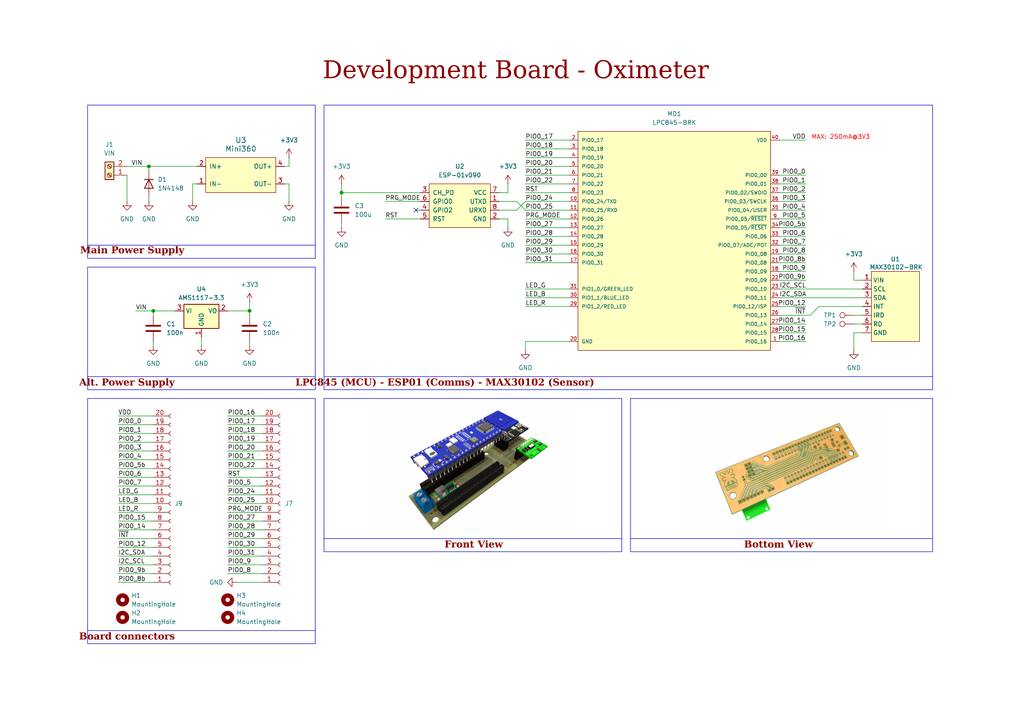
<source format=kicad_sch>
(kicad_sch (version 20250114) (generator "eeschema") (generator_version "9.0")
  (paper "A4")
  (title_block (title "LPC845 - Development Board - Oximeter") (date "2024-10-17") (company "Devolpment for: UTN - FRBA") (comment 1 "Guido Rodriguez"))
  (lib_symbols
    (symbol "Connector:Conn_01x20_Socket" (pin_names (offset 1.016) (hide yes))
      (property "Reference" "J" (at 0 25.4 0))
      (property "Value" "Conn_01x20_Socket" (at 0 -27.94 0))
      (symbol "Conn_01x20_Socket_1_1"
        (polyline (pts (xy -1.27 22.86) (xy -0.508 22.86)) (stroke (width 0.1524)))
        (polyline (pts (xy -1.27 20.32) (xy -0.508 20.32)) (stroke (width 0.1524)))
        (polyline (pts (xy -1.27 17.78) (xy -0.508 17.78)) (stroke (width 0.1524)))
        (polyline (pts (xy -1.27 15.24) (xy -0.508 15.24)) (stroke (width 0.1524)))
        (polyline (pts (xy -1.27 12.7) (xy -0.508 12.7)) (stroke (width 0.1524)))
        (polyline (pts (xy -1.27 10.16) (xy -0.508 10.16)) (stroke (width 0.1524)))
        (polyline (pts (xy -1.27 7.62) (xy -0.508 7.62)) (stroke (width 0.1524)))
        (polyline (pts (xy -1.27 5.08) (xy -0.508 5.08)) (stroke (width 0.1524)))
        (polyline (pts (xy -1.27 2.54) (xy -0.508 2.54)) (stroke (width 0.1524)))
        (polyline (pts (xy -1.27 0) (xy -0.508 0)) (stroke (width 0.1524)))
        (polyline (pts (xy -1.27 -2.54) (xy -0.508 -2.54)) (stroke (width 0.1524)))
        (polyline (pts (xy -1.27 -5.08) (xy -0.508 -5.08)) (stroke (width 0.1524)))
        (polyline (pts (xy -1.27 -7.62) (xy -0.508 -7.62)) (stroke (width 0.1524)))
        (polyline (pts (xy -1.27 -10.16) (xy -0.508 -10.16)) (stroke (width 0.1524)))
        (polyline (pts (xy -1.27 -12.7) (xy -0.508 -12.7)) (stroke (width 0.1524)))
        (polyline (pts (xy -1.27 -15.24) (xy -0.508 -15.24)) (stroke (width 0.1524)))
        (polyline (pts (xy -1.27 -17.78) (xy -0.508 -17.78)) (stroke (width 0.1524)))
        (polyline (pts (xy -1.27 -20.32) (xy -0.508 -20.32)) (stroke (width 0.1524)))
        (polyline (pts (xy -1.27 -22.86) (xy -0.508 -22.86)) (stroke (width 0.1524)))
        (polyline (pts (xy -1.27 -25.4) (xy -0.508 -25.4)) (stroke (width 0.1524)))
        (arc (start 0 22.352) (mid -0.5058 22.86) (end 0 23.368) (stroke (width 0.1524)))
        (arc (start 0 19.812) (mid -0.5058 20.32) (end 0 20.828) (stroke (width 0.1524)))
        (arc (start 0 17.272) (mid -0.5058 17.78) (end 0 18.288) (stroke (width 0.1524)))
        (arc (start 0 14.732) (mid -0.5058 15.24) (end 0 15.748) (stroke (width 0.1524)))
        (arc (start 0 12.192) (mid -0.5058 12.7) (end 0 13.208) (stroke (width 0.1524)))
        (arc (start 0 9.652) (mid -0.5058 10.16) (end 0 10.668) (stroke (width 0.1524)))
        (arc (start 0 7.112) (mid -0.5058 7.62) (end 0 8.128) (stroke (width 0.1524)))
        (arc (start 0 4.572) (mid -0.5058 5.08) (end 0 5.588) (stroke (width 0.1524)))
        (arc (start 0 2.032) (mid -0.5058 2.54) (end 0 3.048) (stroke (width 0.1524)))
        (arc (start 0 -0.508) (mid -0.5058 0) (end 0 0.508) (stroke (width 0.1524)))
        (arc (start 0 -3.048) (mid -0.5058 -2.54) (end 0 -2.032) (stroke (width 0.1524)))
        (arc (start 0 -5.588) (mid -0.5058 -5.08) (end 0 -4.572) (stroke (width 0.1524)))
        (arc (start 0 -8.128) (mid -0.5058 -7.62) (end 0 -7.112) (stroke (width 0.1524)))
        (arc (start 0 -10.668) (mid -0.5058 -10.16) (end 0 -9.652) (stroke (width 0.1524)))
        (arc (start 0 -13.208) (mid -0.5058 -12.7) (end 0 -12.192) (stroke (width 0.1524)))
        (arc (start 0 -15.748) (mid -0.5058 -15.24) (end 0 -14.732) (stroke (width 0.1524)))
        (arc (start 0 -18.288) (mid -0.5058 -17.78) (end 0 -17.272) (stroke (width 0.1524)))
        (arc (start 0 -20.828) (mid -0.5058 -20.32) (end 0 -19.812) (stroke (width 0.1524)))
        (arc (start 0 -23.368) (mid -0.5058 -22.86) (end 0 -22.352) (stroke (width 0.1524)))
        (arc (start 0 -25.908) (mid -0.5058 -25.4) (end 0 -24.892) (stroke (width 0.1524)))
        (pin passive line (at -5.08 22.86 0) (length 3.81) (name "Pin_1") (number "1"))
        (pin passive line (at -5.08 20.32 0) (length 3.81) (name "Pin_2") (number "2"))
        (pin passive line (at -5.08 17.78 0) (length 3.81) (name "Pin_3") (number "3"))
        (pin passive line (at -5.08 15.24 0) (length 3.81) (name "Pin_4") (number "4"))
        (pin passive line (at -5.08 12.7 0) (length 3.81) (name "Pin_5") (number "5"))
        (pin passive line (at -5.08 10.16 0) (length 3.81) (name "Pin_6") (number "6"))
        (pin passive line (at -5.08 7.62 0) (length 3.81) (name "Pin_7") (number "7"))
        (pin passive line (at -5.08 5.08 0) (length 3.81) (name "Pin_8") (number "8"))
        (pin passive line (at -5.08 2.54 0) (length 3.81) (name "Pin_9") (number "9"))
        (pin passive line (at -5.08 0 0) (length 3.81) (name "Pin_10") (number "10"))
        (pin passive line (at -5.08 -2.54 0) (length 3.81) (name "Pin_11") (number "11"))
        (pin passive line (at -5.08 -5.08 0) (length 3.81) (name "Pin_12") (number "12"))
        (pin passive line (at -5.08 -7.62 0) (length 3.81) (name "Pin_13") (number "13"))
        (pin passive line (at -5.08 -10.16 0) (length 3.81) (name "Pin_14") (number "14"))
        (pin passive line (at -5.08 -12.7 0) (length 3.81) (name "Pin_15") (number "15"))
        (pin passive line (at -5.08 -15.24 0) (length 3.81) (name "Pin_16") (number "16"))
        (pin passive line (at -5.08 -17.78 0) (length 3.81) (name "Pin_17") (number "17"))
        (pin passive line (at -5.08 -20.32 0) (length 3.81) (name "Pin_18") (number "18"))
        (pin passive line (at -5.08 -22.86 0) (length 3.81) (name "Pin_19") (number "19"))
        (pin passive line (at -5.08 -25.4 0) (length 3.81) (name "Pin_20") (number "20"))
      )
    )
    (symbol "Connector:Screw_Terminal_01x02" (pin_names (offset 1.016) (hide yes))
      (property "Reference" "J" (at 0 2.54 0))
      (property "Value" "Screw_Terminal_01x02" (at 0 -5.08 0))
      (symbol "Screw_Terminal_01x02_1_1"
        (rectangle (start -1.27 1.27) (end 1.27 -3.81) (stroke (width 0.254)) (fill (type background)))
        (polyline (pts (xy -0.5334 0.3302) (xy 0.3302 -0.508)) (stroke (width 0.1524)))
        (polyline (pts (xy -0.5334 -2.2098) (xy 0.3302 -3.048)) (stroke (width 0.1524)))
        (polyline (pts (xy -0.3556 0.508) (xy 0.508 -0.3302)) (stroke (width 0.1524)))
        (polyline (pts (xy -0.3556 -2.032) (xy 0.508 -2.8702)) (stroke (width 0.1524)))
        (circle (center 0 0) (radius 0.635) (stroke (width 0.1524)))
        (circle (center 0 -2.54) (radius 0.635) (stroke (width 0.1524)))
        (pin passive line (at -5.08 0 0) (length 3.81) (name "Pin_1") (number "1"))
        (pin passive line (at -5.08 -2.54 0) (length 3.81) (name "Pin_2") (number "2"))
      )
    )
    (symbol "Connector:TestPoint" (pin_numbers (hide yes)) (pin_names (offset 0.762) (hide yes))
      (property "Reference" "TP" (at 0 6.858 0))
      (property "Value" "TestPoint" (at 0 5.08 0))
      (symbol "TestPoint_0_1"
        (circle (center 0 3.302) (radius 0.762))
      )
      (symbol "TestPoint_1_1"
        (pin passive line (at 0 0 90) (length 2.54) (name "1") (number "1"))
      )
    )
    (symbol "Device:C" (pin_numbers (hide yes)) (pin_names (offset 0.254))
      (property "Reference" "C" (at 0.635 2.54 0))
      (property "Value" "C" (at 0.635 -2.54 0))
      (symbol "C_0_1"
        (polyline (pts (xy -2.032 0.762) (xy 2.032 0.762)) (stroke (width 0.508)))
        (polyline (pts (xy -2.032 -0.762) (xy 2.032 -0.762)) (stroke (width 0.508)))
      )
      (symbol "C_1_1"
        (pin passive line (at 0 3.81 270) (length 2.794) (name "~") (number "1"))
        (pin passive line (at 0 -3.81 90) (length 2.794) (name "~") (number "2"))
      )
    )
    (symbol "Device:D" (pin_numbers (hide yes)) (pin_names (offset 1.016) (hide yes))
      (property "Reference" "D" (at 0 2.54 0))
      (property "Value" "D" (at 0 -2.54 0))
      (symbol "D_0_1"
        (polyline (pts (xy -1.27 1.27) (xy -1.27 -1.27)) (stroke (width 0.254)))
        (polyline (pts (xy 1.27 1.27) (xy 1.27 -1.27) (xy -1.27 0) (xy 1.27 1.27)) (stroke (width 0.254)))
        (polyline (pts (xy 1.27 0) (xy -1.27 0)))
      )
      (symbol "D_1_1"
        (pin passive line (at -3.81 0 0) (length 2.54) (name "K") (number "1"))
        (pin passive line (at 3.81 0 180) (length 2.54) (name "A") (number "2"))
      )
    )
    (symbol "ESP_Modules:ESP-01v090" (pin_names (offset 1.016))
      (property "Reference" "U" (at -0.762 9.906 0))
      (property "Value" "ESP-01v090" (at -0.254 7.62 0))
      (symbol "ESP-01v090_1_0"
        (rectangle (start -8.89 6.35) (end 8.89 -6.35) (fill (type background)))
      )
      (symbol "ESP-01v090_1_1"
        (pin power_in line (at -11.43 3.81 0) (length 2.54) (name "VCC") (number "7"))
        (pin output line (at -11.43 1.27 0) (length 2.54) (name "UTXD") (number "1"))
        (pin input line (at -11.43 -1.27 0) (length 2.54) (name "URXD") (number "8"))
        (pin power_in line (at -11.43 -3.81 0) (length 2.54) (name "GND") (number "2"))
        (pin input line (at 11.43 3.81 180) (length 2.54) (name "CH_PD") (number "3"))
        (pin tri_state line (at 11.43 1.27 180) (length 2.54) (name "GPIO0") (number "6"))
        (pin tri_state line (at 11.43 -1.27 180) (length 2.54) (name "GPIO2") (number "4"))
        (pin input line (at 11.43 -3.81 180) (length 2.54) (name "RST") (number "5"))
      )
    )
    (symbol "Mechanical:MountingHole" (pin_names (offset 1.016)) (exclude_from_sim yes) (in_bom no)
      (property "Reference" "H" (at 0 5.08 0))
      (property "Value" "MountingHole" (at 0 3.175 0))
      (symbol "MountingHole_0_1"
        (circle (center 0 0) (radius 1.27) (stroke (width 1.27)))
      )
    )
    (symbol "My_components:MAX30102-BRK"
      (property "Reference" "U" (at 0 11.176 0))
      (property "Value" "MAX30102-BRK" (at 1.016 0 90))
      (symbol "MAX30102-BRK_1_1"
        (rectangle (start -6.35 10.16) (end 7.62 -10.16) (fill (type background)))
        (pin power_in line (at -8.89 7.62 0) (length 2.54) (name "VIN") (number "1"))
        (pin input line (at -8.89 5.08 0) (length 2.54) (name "SCL") (number "2"))
        (pin input line (at -8.89 2.54 0) (length 2.54) (name "SDA") (number "3"))
        (pin input line (at -8.89 0 0) (length 2.54) (name "INT") (number "4"))
        (pin input line (at -8.89 -2.54 0) (length 2.54) (name "IRD") (number "5"))
        (pin input line (at -8.89 -5.08 0) (length 2.54) (name "RD") (number "6"))
        (pin power_in line (at -8.89 -7.62 0) (length 2.54) (name "GND") (number "7"))
      )
    )
    (symbol "My_components:Mini360" (pin_names (offset 1.016))
      (property "Reference" "U" (at 0 6.35 0))
      (property "Value" "Mini360" (at -0.254 0 0))
      (symbol "Mini360_0_1"
        (rectangle (start -10.16 5.08) (end 10.16 -5.08) (fill (type background)))
      )
      (symbol "Mini360_1_1"
        (pin power_in line (at -12.7 2.54 0) (length 2.54) (name "IN+") (number "2"))
        (pin power_in line (at -12.7 -2.54 0) (length 2.54) (name "IN-") (number "1"))
        (pin power_out line (at 12.7 2.54 180) (length 2.54) (name "OUT+") (number "4"))
        (pin power_out line (at 12.7 -2.54 180) (length 2.54) (name "OUT-") (number "3"))
      )
    )
    (symbol "Regulator_Linear:AMS1117-3.3"
      (property "Reference" "U" (at -3.81 3.175 0))
      (property "Value" "AMS1117-3.3" (at 0 3.175 0))
      (symbol "AMS1117-3.3_0_1"
        (rectangle (start -5.08 -5.08) (end 5.08 1.905) (stroke (width 0.254)) (fill (type background)))
      )
      (symbol "AMS1117-3.3_1_1"
        (pin power_in line (at -7.62 0 0) (length 2.54) (name "VI") (number "3"))
        (pin power_in line (at 0 -7.62 90) (length 2.54) (name "GND") (number "1"))
        (pin power_out line (at 7.62 0 180) (length 2.54) (name "VO") (number "2"))
      )
    )
    (symbol "eec:LPC845-BRK" (pin_names (offset 1.016))
      (property "Reference" "MD" (at 0 5.08 0))
      (property "Value" "LPC845-BRK" (at 0 7.62 0))
      (symbol "LPC845-BRK_1_1"
        (rectangle (start 2.54 2.54) (end 58.42 -60.96) (fill (type background)))
        (pin power_in line (at 0 0 0) (length 2.54) (name "VDD") (number "40"))
        (pin bidirectional line (at 0 -10.16 0) (length 2.54) (name "PIO0_00") (number "39"))
        (pin bidirectional line (at 0 -12.7 0) (length 2.54) (name "PIO0_01") (number "38"))
        (pin bidirectional line (at 0 -15.24 0) (length 2.54) (name "PIO0_02/SWDIO") (number "37"))
        (pin bidirectional line (at 0 -17.78 0) (length 2.54) (name "PIO0_03/SWCLK") (number "36"))
        (pin bidirectional line (at 0 -20.32 0) (length 2.54) (name "PIO0_04/USER") (number "35"))
        (pin bidirectional line (at 0 -22.86 0) (length 2.54) (name "PIO0_05/~{RESET}") (number "9"))
        (pin bidirectional line (at 0 -25.4 0) (length 2.54) (name "PIO0_05/~{RESET}") (number "34"))
        (pin bidirectional line (at 0 -27.94 0) (length 2.54) (name "PIO0_06") (number "33"))
        (pin bidirectional line (at 0 -30.48 0) (length 2.54) (name "PIO0_07/ADC/POT") (number "32"))
        (pin bidirectional line (at 0 -33.02 0) (length 2.54) (name "PIO0_08") (number "19"))
        (pin bidirectional line (at 0 -35.56 0) (length 2.54) (name "PIO0_08") (number "21"))
        (pin bidirectional line (at 0 -38.1 0) (length 2.54) (name "PIO0_09") (number "18"))
        (pin bidirectional line (at 0 -40.64 0) (length 2.54) (name "PIO0_09") (number "22"))
        (pin bidirectional line (at 0 -43.18 0) (length 2.54) (name "PIO0_10") (number "23"))
        (pin bidirectional line (at 0 -45.72 0) (length 2.54) (name "PIO0_11") (number "24"))
        (pin bidirectional line (at 0 -48.26 0) (length 2.54) (name "PIO0_12/ISP") (number "25"))
        (pin bidirectional line (at 0 -50.8 0) (length 2.54) (name "PIO0_13") (number "26"))
        (pin bidirectional line (at 0 -53.34 0) (length 2.54) (name "PIO0_14") (number "27"))
        (pin bidirectional line (at 0 -55.88 0) (length 2.54) (name "PIO0_15") (number "28"))
        (pin bidirectional line (at 0 -58.42 0) (length 2.54) (name "PIO0_16") (number "1"))
        (pin bidirectional line (at 60.96 0 180) (length 2.54) (name "PIO0_17") (number "2"))
        (pin bidirectional line (at 60.96 -2.54 180) (length 2.54) (name "PIO0_18") (number "3"))
        (pin bidirectional line (at 60.96 -5.08 180) (length 2.54) (name "PIO0_19") (number "4"))
        (pin bidirectional line (at 60.96 -7.62 180) (length 2.54) (name "PIO0_20") (number "5"))
        (pin bidirectional line (at 60.96 -10.16 180) (length 2.54) (name "PIO0_21") (number "6"))
        (pin bidirectional line (at 60.96 -12.7 180) (length 2.54) (name "PIO0_22") (number "7"))
        (pin bidirectional line (at 60.96 -15.24 180) (length 2.54) (name "PIO0_23") (number "8"))
        (pin bidirectional line (at 60.96 -17.78 180) (length 2.54) (name "PIO0_24/TXD") (number "10"))
        (pin bidirectional line (at 60.96 -20.32 180) (length 2.54) (name "PIO0_25/RXD") (number "11"))
        (pin bidirectional line (at 60.96 -22.86 180) (length 2.54) (name "PIO0_26") (number "12"))
        (pin bidirectional line (at 60.96 -25.4 180) (length 2.54) (name "PIO0_27") (number "13"))
        (pin bidirectional line (at 60.96 -27.94 180) (length 2.54) (name "PIO0_28") (number "14"))
        (pin bidirectional line (at 60.96 -30.48 180) (length 2.54) (name "PIO0_29") (number "15"))
        (pin bidirectional line (at 60.96 -33.02 180) (length 2.54) (name "PIO0_30") (number "16"))
        (pin bidirectional line (at 60.96 -35.56 180) (length 2.54) (name "PIO0_31") (number "17"))
        (pin bidirectional line (at 60.96 -43.18 180) (length 2.54) (name "PIO1_0/GREEN_LED") (number "31"))
        (pin bidirectional line (at 60.96 -45.72 180) (length 2.54) (name "PIO1_1/BLUE_LED") (number "30"))
        (pin bidirectional line (at 60.96 -48.26 180) (length 2.54) (name "PIO1_2/RED_LED") (number "29"))
        (pin power_in line (at 60.96 -58.42 180) (length 2.54) (name "GND") (number "20"))
      )
    )
    (symbol "power:+3V3" (power) (pin_numbers (hide yes)) (pin_names (offset 0) (hide yes))
      (property "Value" "+3V3" (at 0 3.556 0))
      (symbol "+3V3_0_1"
        (polyline (pts (xy -0.762 1.27) (xy 0 2.54)))
        (polyline (pts (xy 0 2.54) (xy 0.762 1.27)))
        (polyline (pts (xy 0 0) (xy 0 2.54)))
      )
      (symbol "+3V3_1_1"
        (pin power_in line (at 0 0 90) (length 0) (name "~") (number "1"))
      )
    )
    (symbol "power:GND" (power) (pin_numbers (hide yes)) (pin_names (offset 0) (hide yes))
      (property "Value" "GND" (at 0 -3.81 0))
      (symbol "GND_0_1"
        (polyline (pts (xy 0 0) (xy 0 -1.27) (xy 1.27 -1.27) (xy 0 -2.54) (xy -1.27 -1.27) (xy 0 -1.27)))
      )
      (symbol "GND_1_1"
        (pin power_in line (at 0 0 270) (length 0) (name "~") (number "1"))
      )
    )
  )
  (rectangle (start 25.4 30.48) (end 91.44 74.93))
  (rectangle (start 93.98 30.48) (end 270.51 113.03))
  (rectangle (start 182.88 115.57) (end 270.51 160.02))
  (rectangle (start 25.4 77.47) (end 91.44 113.03))
  (rectangle (start 25.4 115.57) (end 91.44 186.69))
  (rectangle (start 93.98 115.57) (end 180.34 160.02))
  (text "Front View" (at 137.414 158.75 0) (effects (font (size 2 2) (thickness 0.4) (bold yes))))
  (text "Board connectors" (at 36.83 185.42 0) (effects (font (size 2 2) (thickness 0.4) (bold yes))))
  (text "Alt. Power Supply" (at 36.83 111.76 0) (effects (font (size 2 2) (thickness 0.4) (bold yes))))
  (text "Main Power Supply" (at 38.354 73.406 0) (effects (font (size 2 2) (thickness 0.4) (bold yes))))
  (text "Development Board - Oximeter" (at 149.606 22.098 0) (effects (font (size 5.08 5.08))))
  (text "LPC845 (MCU) - ESP01 (Comms) - MAX30102 (Sensor)" (at 129.032 111.76 0) (effects (font (size 2 2) (thickness 0.4) (bold yes))))
  (text "MAX: 250mA@3V3" (at 243.84 39.878 0) (effects (font (size 1.27 1.27))))
  (text "Bottom View" (at 225.806 158.75 0) (effects (font (size 2 2) (thickness 0.4) (bold yes))))
  (junction (at 43.18 48.26))
  (junction (at 44.45 90.17))
  (junction (at 72.39 90.17))
  (junction (at 99.06 55.88))
  (no_connect (at 120.65 60.96))
  (wire (pts (xy 152.4 83.82) (xy 165.1 83.82)))
  (wire (pts (xy 152.4 50.8) (xy 165.1 50.8)))
  (wire (pts (xy 111.76 63.5) (xy 121.92 63.5)))
  (polyline (pts (xy 182.88 156.21) (xy 270.51 156.21)))
  (wire (pts (xy 226.06 83.82) (xy 250.19 83.82)))
  (wire (pts (xy 152.4 86.36) (xy 165.1 86.36)))
  (wire (pts (xy 66.04 163.83) (xy 76.2 163.83)))
  (wire (pts (xy 44.45 125.73) (xy 34.29 125.73)))
  (wire (pts (xy 226.06 73.66) (xy 233.68 73.66)))
  (wire (pts (xy 152.4 66.04) (xy 165.1 66.04)))
  (wire (pts (xy 147.32 66.04) (xy 147.32 63.5)))
  (wire (pts (xy 83.82 45.72) (xy 83.82 48.26)))
  (wire (pts (xy 226.06 91.44) (xy 234.95 91.44)))
  (wire (pts (xy 34.29 156.21) (xy 44.45 156.21)))
  (wire (pts (xy 58.42 97.79) (xy 58.42 100.33)))
  (wire (pts (xy 99.06 66.04) (xy 99.06 64.77)))
  (wire (pts (xy 152.4 73.66) (xy 165.1 73.66)))
  (wire (pts (xy 44.45 138.43) (xy 34.29 138.43)))
  (wire (pts (xy 226.06 71.12) (xy 233.68 71.12)))
  (wire (pts (xy 226.06 60.96) (xy 233.68 60.96)))
  (wire (pts (xy 34.29 153.67) (xy 44.45 153.67)))
  (wire (pts (xy 149.86 60.96) (xy 152.4 58.42)))
  (wire (pts (xy 34.29 151.13) (xy 44.45 151.13)))
  (wire (pts (xy 83.82 58.42) (xy 83.82 53.34)))
  (wire (pts (xy 152.4 60.96) (xy 149.86 58.42)))
  (wire (pts (xy 34.29 158.75) (xy 44.45 158.75)))
  (wire (pts (xy 44.45 135.89) (xy 34.29 135.89)))
  (wire (pts (xy 152.4 53.34) (xy 165.1 53.34)))
  (wire (pts (xy 66.04 130.81) (xy 76.2 130.81)))
  (wire (pts (xy 144.78 58.42) (xy 149.86 58.42)))
  (wire (pts (xy 247.65 101.6) (xy 247.65 96.52)))
  (wire (pts (xy 226.06 68.58) (xy 233.68 68.58)))
  (wire (pts (xy 152.4 40.64) (xy 165.1 40.64)))
  (wire (pts (xy 66.04 156.21) (xy 76.2 156.21)))
  (wire (pts (xy 237.49 88.9) (xy 250.19 88.9)))
  (wire (pts (xy 66.04 166.37) (xy 76.2 166.37)))
  (wire (pts (xy 152.4 99.06) (xy 165.1 99.06)))
  (wire (pts (xy 147.32 63.5) (xy 144.78 63.5)))
  (wire (pts (xy 55.88 53.34) (xy 57.15 53.34)))
  (wire (pts (xy 99.06 55.88) (xy 121.92 55.88)))
  (wire (pts (xy 147.32 53.34) (xy 147.32 55.88)))
  (wire (pts (xy 66.04 140.97) (xy 76.2 140.97)))
  (wire (pts (xy 44.45 143.51) (xy 34.29 143.51)))
  (wire (pts (xy 39.37 90.17) (xy 44.45 90.17)))
  (wire (pts (xy 34.29 163.83) (xy 44.45 163.83)))
  (wire (pts (xy 44.45 148.59) (xy 34.29 148.59)))
  (wire (pts (xy 226.06 53.34) (xy 233.68 53.34)))
  (wire (pts (xy 34.29 168.91) (xy 44.45 168.91)))
  (wire (pts (xy 247.65 93.98) (xy 250.19 93.98)))
  (wire (pts (xy 43.18 48.26) (xy 57.15 48.26)))
  (wire (pts (xy 66.04 138.43) (xy 76.2 138.43)))
  (polyline (pts (xy 93.98 156.21) (xy 180.34 156.21)))
  (wire (pts (xy 72.39 90.17) (xy 72.39 91.44)))
  (wire (pts (xy 44.45 130.81) (xy 34.29 130.81)))
  (wire (pts (xy 226.06 66.04) (xy 233.68 66.04)))
  (wire (pts (xy 44.45 100.33) (xy 44.45 99.06)))
  (wire (pts (xy 68.58 168.91) (xy 76.2 168.91)))
  (wire (pts (xy 83.82 48.26) (xy 82.55 48.26)))
  (wire (pts (xy 152.4 68.58) (xy 165.1 68.58)))
  (wire (pts (xy 226.06 78.74) (xy 233.68 78.74)))
  (wire (pts (xy 43.18 58.42) (xy 43.18 57.15)))
  (wire (pts (xy 36.83 48.26) (xy 43.18 48.26)))
  (wire (pts (xy 152.4 71.12) (xy 165.1 71.12)))
  (wire (pts (xy 44.45 133.35) (xy 34.29 133.35)))
  (polyline (pts (xy 93.98 109.22) (xy 270.51 109.22)))
  (wire (pts (xy 44.45 146.05) (xy 34.29 146.05)))
  (wire (pts (xy 233.68 88.9) (xy 226.06 88.9)))
  (wire (pts (xy 247.65 91.44) (xy 250.19 91.44)))
  (wire (pts (xy 144.78 60.96) (xy 149.86 60.96)))
  (wire (pts (xy 72.39 100.33) (xy 72.39 99.06)))
  (wire (pts (xy 66.04 151.13) (xy 76.2 151.13)))
  (wire (pts (xy 234.95 91.44) (xy 237.49 88.9)))
  (wire (pts (xy 36.83 58.42) (xy 36.83 50.8)))
  (wire (pts (xy 34.29 166.37) (xy 44.45 166.37)))
  (wire (pts (xy 247.65 96.52) (xy 250.19 96.52)))
  (wire (pts (xy 233.68 96.52) (xy 226.06 96.52)))
  (wire (pts (xy 43.18 49.53) (xy 43.18 48.26)))
  (wire (pts (xy 226.06 40.64) (xy 233.68 40.64)))
  (wire (pts (xy 34.29 161.29) (xy 44.45 161.29)))
  (wire (pts (xy 152.4 58.42) (xy 165.1 58.42)))
  (wire (pts (xy 66.04 148.59) (xy 76.2 148.59)))
  (wire (pts (xy 72.39 87.63) (xy 72.39 90.17)))
  (wire (pts (xy 44.45 128.27) (xy 34.29 128.27)))
  (wire (pts (xy 226.06 58.42) (xy 233.68 58.42)))
  (wire (pts (xy 233.68 99.06) (xy 226.06 99.06)))
  (wire (pts (xy 111.76 58.42) (xy 121.92 58.42)))
  (wire (pts (xy 66.04 120.65) (xy 76.2 120.65)))
  (polyline (pts (xy 25.4 109.22) (xy 91.44 109.22)))
  (wire (pts (xy 152.4 55.88) (xy 165.1 55.88)))
  (wire (pts (xy 247.65 81.28) (xy 250.19 81.28)))
  (wire (pts (xy 247.65 78.74) (xy 247.65 81.28)))
  (wire (pts (xy 66.04 161.29) (xy 76.2 161.29)))
  (wire (pts (xy 66.04 125.73) (xy 76.2 125.73)))
  (wire (pts (xy 152.4 43.18) (xy 165.1 43.18)))
  (wire (pts (xy 147.32 55.88) (xy 144.78 55.88)))
  (wire (pts (xy 226.06 76.2) (xy 233.68 76.2)))
  (wire (pts (xy 226.06 55.88) (xy 233.68 55.88)))
  (polyline (pts (xy 25.4 182.88) (xy 91.44 182.88)))
  (wire (pts (xy 66.04 158.75) (xy 76.2 158.75)))
  (wire (pts (xy 44.45 123.19) (xy 34.29 123.19)))
  (wire (pts (xy 66.04 135.89) (xy 76.2 135.89)))
  (wire (pts (xy 120.65 60.96) (xy 121.92 60.96)))
  (wire (pts (xy 152.4 76.2) (xy 165.1 76.2)))
  (wire (pts (xy 152.4 63.5) (xy 165.1 63.5)))
  (wire (pts (xy 152.4 101.6) (xy 152.4 99.06)))
  (wire (pts (xy 44.45 140.97) (xy 34.29 140.97)))
  (polyline (pts (xy 25.4 71.12) (xy 91.44 71.12)))
  (wire (pts (xy 66.04 123.19) (xy 76.2 123.19)))
  (wire (pts (xy 226.06 81.28) (xy 233.68 81.28)))
  (wire (pts (xy 226.06 86.36) (xy 250.19 86.36)))
  (wire (pts (xy 66.04 143.51) (xy 76.2 143.51)))
  (wire (pts (xy 66.04 153.67) (xy 76.2 153.67)))
  (wire (pts (xy 99.06 53.34) (xy 99.06 55.88)))
  (wire (pts (xy 152.4 88.9) (xy 165.1 88.9)))
  (wire (pts (xy 233.68 50.8) (xy 226.06 50.8)))
  (wire (pts (xy 152.4 48.26) (xy 165.1 48.26)))
  (wire (pts (xy 66.04 146.05) (xy 76.2 146.05)))
  (wire (pts (xy 34.29 120.65) (xy 44.45 120.65)))
  (wire (pts (xy 83.82 53.34) (xy 82.55 53.34)))
  (wire (pts (xy 44.45 90.17) (xy 50.8 90.17)))
  (wire (pts (xy 66.04 128.27) (xy 76.2 128.27)))
  (wire (pts (xy 55.88 58.42) (xy 55.88 53.34)))
  (wire (pts (xy 44.45 91.44) (xy 44.45 90.17)))
  (wire (pts (xy 152.4 60.96) (xy 165.1 60.96)))
  (wire (pts (xy 66.04 133.35) (xy 76.2 133.35)))
  (wire (pts (xy 66.04 90.17) (xy 72.39 90.17)))
  (wire (pts (xy 152.4 45.72) (xy 165.1 45.72)))
  (wire (pts (xy 99.06 57.15) (xy 99.06 55.88)))
  (wire (pts (xy 233.68 93.98) (xy 226.06 93.98)))
  (wire (pts (xy 226.06 63.5) (xy 233.68 63.5)))
  (image (at 137.16 135.89) (scale 0.621261))
  (image (at 227.33 135.89) (scale 0.627979))
  (label "PIO0_14" (at 233.68 93.98 180))
  (label "PIO0_29" (at 66.04 156.21 0))
  (label "PIO0_9" (at 233.68 78.74 180))
  (label "PIO0_24" (at 152.4 58.42 0))
  (label "PRG_MODE" (at 111.76 58.42 0))
  (label "PIO0_8" (at 66.04 166.37 0))
  (label "PIO0_28" (at 66.04 153.67 0))
  (label "~{INT}" (at 34.29 156.21 0))
  (label "I2C_SDA" (at 226.06 86.36 0))
  (label "PRG_MODE" (at 66.04 148.59 0))
  (label "PIO0_18" (at 152.4 43.18 0))
  (label "VIN" (at 38.1 48.26 0))
  (label "I2C_SCL" (at 34.29 163.83 0))
  (label "RST" (at 152.4 55.88 0))
  (label "LED_G" (at 34.29 143.51 0))
  (label "PIO0_5" (at 66.04 140.97 0))
  (label "PIO0_27" (at 66.04 151.13 0))
  (label "PIO0_22" (at 152.4 53.34 0))
  (label "RST" (at 66.04 138.43 0))
  (label "PIO0_16" (at 233.68 99.06 180))
  (label "PIO0_3" (at 233.68 58.42 180))
  (label "PIO0_5b" (at 233.68 66.04 180))
  (label "PIO0_6" (at 34.29 138.43 0))
  (label "PIO0_8" (at 233.68 73.66 180))
  (label "PIO0_4" (at 233.68 60.96 180))
  (label "PIO0_9b" (at 233.68 81.28 180))
  (label "PIO0_0" (at 233.68 50.8 180))
  (label "LED_R" (at 152.4 88.9 0))
  (label "PIO0_3" (at 34.29 130.81 0))
  (label "PIO0_17" (at 152.4 40.64 0))
  (label "PIO0_21" (at 152.4 50.8 0))
  (label "PIO0_1" (at 233.68 53.34 180))
  (label "I2C_SCL" (at 226.06 83.82 0))
  (label "PIO0_22" (at 66.04 135.89 0))
  (label "PIO0_9" (at 66.04 163.83 0))
  (label "VIN" (at 39.37 90.17 0))
  (label "PIO0_18" (at 66.04 125.73 0))
  (label "PIO0_29" (at 152.4 71.12 0))
  (label "LED_B" (at 34.29 146.05 0))
  (label "PRG_MODE" (at 152.4 63.5 0))
  (label "PIO0_2" (at 233.68 55.88 180))
  (label "PIO0_31" (at 152.4 76.2 0))
  (label "VDD" (at 34.29 120.65 0))
  (label "PIO0_25" (at 152.4 60.96 0))
  (label "PIO0_4" (at 34.29 133.35 0))
  (label "PIO0_12" (at 233.68 88.9 180))
  (label "PIO0_24" (at 66.04 143.51 0))
  (label "RST" (at 111.76 63.5 0))
  (label "LED_B" (at 152.4 86.36 0))
  (label "PIO0_21" (at 66.04 133.35 0))
  (label "PIO0_2" (at 34.29 128.27 0))
  (label "VDD" (at 233.68 40.64 180))
  (label "PIO0_31" (at 66.04 161.29 0))
  (label "LED_G" (at 152.4 83.82 0))
  (label "PIO0_6" (at 233.68 68.58 180))
  (label "PIO0_8b" (at 233.68 76.2 180))
  (label "PIO0_15" (at 233.68 96.52 180))
  (label "PIO0_17" (at 66.04 123.19 0))
  (label "PIO0_20" (at 66.04 130.81 0))
  (label "PIO0_9b" (at 34.29 166.37 0))
  (label "PIO0_15" (at 34.29 151.13 0))
  (label "PIO0_0" (at 34.29 123.19 0))
  (label "PIO0_7" (at 34.29 140.97 0))
  (label "PIO0_5b" (at 34.29 135.89 0))
  (label "PIO0_7" (at 233.68 71.12 180))
  (label "PIO0_8b" (at 34.29 168.91 0))
  (label "LED_R" (at 34.29 148.59 0))
  (label "PIO0_25" (at 66.04 146.05 0))
  (label "PIO0_16" (at 66.04 120.65 0))
  (label "PIO0_14" (at 34.29 153.67 0))
  (label "PIO0_27" (at 152.4 66.04 0))
  (label "~{INT}" (at 233.68 91.44 180))
  (label "PIO0_12" (at 34.29 158.75 0))
  (label "PIO0_30" (at 66.04 158.75 0))
  (label "PIO0_20" (at 152.4 48.26 0))
  (label "PIO0_19" (at 152.4 45.72 0))
  (label "PIO0_5" (at 233.68 63.5 180))
  (label "PIO0_19" (at 66.04 128.27 0))
  (label "PIO0_30" (at 152.4 73.66 0))
  (label "PIO0_1" (at 34.29 125.73 0))
  (label "PIO0_28" (at 152.4 68.58 0))
  (label "I2C_SDA" (at 34.29 161.29 0))
  (symbol (lib_id "Mechanical:MountingHole") (at 35.56 173.99 0) (unit 1) (exclude_from_sim yes) (in_bom no)
    (property "Reference" "H1" (at 38.1 172.7199 0) (effects (justify left)))
    (property "Value" "MountingHole" (at 38.1 175.2599 0) (effects (justify left)))
    (property "Footprint" "MountingHole:MountingHole_4mm" (effects (hide yes)))
    (property "Description" "Mounting Hole without connection" (effects (hide yes)))
  )
  (symbol (lib_id "power:GND") (at 58.42 100.33 0) (unit 1)
    (property "Reference" "#PWR011" (effects (hide yes)))
    (property "Value" "GND" (at 58.42 105.41 0))
    (property "Description" "Power symbol creates a global label with name \"GND\" , ground" (effects (hide yes)))
  )
  (symbol (lib_id "power:+3V3") (at 72.39 87.63 0) (unit 1)
    (property "Reference" "#PWR012" (effects (hide yes)))
    (property "Value" "+3V3" (at 72.39 82.55 0))
    (property "Description" "Power symbol creates a global label with name \"+3V3\"" (effects (hide yes)))
  )
  (symbol (lib_id "Device:D") (at 43.18 53.34 270) (unit 1)
    (property "Reference" "D1" (at 45.72 52.0699 90) (effects (justify left)))
    (property "Value" "1N4148" (at 45.72 54.6099 90) (effects (justify left)))
    (property "Footprint" "Diode_THT:D_DO-35_SOD27_P2.54mm_Vertical_KathodeUp" (effects (hide yes)))
    (property "Description" "Diode" (effects (hide yes)))
    (property "Sim.Device" "D" (effects (hide yes)))
    (property "Sim.Pins" "1=K 2=A" (effects (hide yes)))
  )
  (symbol (lib_id "power:GND") (at 72.39 100.33 0) (unit 1)
    (property "Reference" "#PWR016" (effects (hide yes)))
    (property "Value" "GND" (at 72.39 105.41 0))
    (property "Description" "Power symbol creates a global label with name \"GND\" , ground" (effects (hide yes)))
  )
  (symbol (lib_id "power:GND") (at 147.32 66.04 0) (unit 1)
    (property "Reference" "#PWR04" (effects (hide yes)))
    (property "Value" "GND" (at 147.32 71.12 0))
    (property "Description" "Power symbol creates a global label with name \"GND\" , ground" (effects (hide yes)))
  )
  (symbol (lib_id "Mechanical:MountingHole") (at 35.56 179.07 0) (unit 1) (exclude_from_sim yes) (in_bom no)
    (property "Reference" "H2" (at 38.1 177.7999 0) (effects (justify left)))
    (property "Value" "MountingHole" (at 38.1 180.3399 0) (effects (justify left)))
    (property "Footprint" "MountingHole:MountingHole_4mm" (effects (hide yes)))
    (property "Description" "Mounting Hole without connection" (effects (hide yes)))
  )
  (symbol (lib_id "Mechanical:MountingHole") (at 66.04 173.99 0) (unit 1) (exclude_from_sim yes) (in_bom no)
    (property "Reference" "H3" (at 68.58 172.7199 0) (effects (justify left)))
    (property "Value" "MountingHole" (at 68.58 175.2599 0) (effects (justify left)))
    (property "Footprint" "MountingHole:MountingHole_4mm" (effects (hide yes)))
    (property "Description" "Mounting Hole without connection" (effects (hide yes)))
  )
  (symbol (lib_id "Regulator_Linear:AMS1117-3.3") (at 58.42 90.17 0) (unit 1)
    (property "Reference" "U4" (at 58.42 83.82 0))
    (property "Value" "AMS1117-3.3" (at 58.42 86.36 0))
    (property "Footprint" "Package_TO_SOT_SMD:SOT-223-3_TabPin2" (effects (hide yes)))
    (property "Datasheet" "http://www.advanced-monolithic.com/pdf/ds1117.pdf" (effects (hide yes)))
    (property "Description" "1A Low Dropout regulator, positive, 3.3V fixed output, SOT-223" (effects (hide yes)))
  )
  (symbol (lib_id "Mechanical:MountingHole") (at 66.04 179.07 0) (unit 1) (exclude_from_sim yes) (in_bom no)
    (property "Reference" "H4" (at 68.58 177.7999 0) (effects (justify left)))
    (property "Value" "MountingHole" (at 68.58 180.3399 0) (effects (justify left)))
    (property "Footprint" "MountingHole:MountingHole_4mm" (effects (hide yes)))
    (property "Description" "Mounting Hole without connection" (effects (hide yes)))
  )
  (symbol (lib_id "eec:LPC845-BRK") (at 226.06 40.64 0) (mirror y) (unit 1)
    (property "Reference" "MD1" (at 195.58 33.02 0))
    (property "Value" "LPC845-BRK" (at 195.58 35.56 0))
    (property "Footprint" "My_Library:NXP_Semiconductors-LPC845-BRK-MFG" (effects (hide yes)))
    (property "Datasheet" "https://www.nxp.com/products/processors-and-microcontrollers/arm-microcontrollers/general-purpose-mcus/lpc800-cortex-m0-plus-/lpc845-breakout-board-for-lpc84x-family-mcus:LPC845-BRK" (effects (hide yes)))
    (property "Description" "LPC845-BRK" (effects (hide yes)))
    (property "automotive" "No" (effects (hide yes)))
    (property "category" "UNK" (effects (hide yes)))
    (property "device class L1" "Integrated Circuits (ICs)" (effects (hide yes)))
    (property "device class L2" "Embedded Processors and Controllers" (effects (hide yes)))
    (property "device class L3" "unset" (effects (hide yes)))
    (property "digikey description" "MCUXPRESSO LPC84X EVAL BRD" (effects (hide yes)))
    (property "digikey part number" "568-15261-ND" (effects (hide yes)))
    (property "lead free" "Yes" (effects (hide yes)))
    (property "library id" "09fd6f3282c52000" (effects (hide yes)))
    (property "manufacturer" "NXP Semiconductors" (effects (hide yes)))
    (property "mouser part number" "771-LPC845-BRK" (effects (hide yes)))
    (property "number of I/Os" "38" (effects (hide yes)))
    (property "package" "EVAL_BOARD_LPC845" (effects (hide yes)))
    (property "rohs" "Yes" (effects (hide yes)))
  )
  (symbol (lib_id "Device:C") (at 44.45 95.25 0) (unit 1)
    (property "Reference" "C1" (at 48.26 93.9799 0) (effects (justify left)))
    (property "Value" "100n" (at 48.26 96.5199 0) (effects (justify left)))
    (property "Footprint" "Capacitor_SMD:C_1206_3216Metric_Pad1.33x1.80mm_HandSolder" (effects (hide yes)))
    (property "Description" "Unpolarized capacitor" (effects (hide yes)))
  )
  (symbol (lib_id "power:GND") (at 247.65 101.6 0) (unit 1)
    (property "Reference" "#PWR03" (effects (hide yes)))
    (property "Value" "GND" (at 247.65 106.68 0))
    (property "Description" "Power symbol creates a global label with name \"GND\" , ground" (effects (hide yes)))
  )
  (symbol (lib_id "power:GND") (at 36.83 58.42 0) (unit 1)
    (property "Reference" "#PWR07" (effects (hide yes)))
    (property "Value" "GND" (at 36.83 63.5 0))
    (property "Description" "Power symbol creates a global label with name \"GND\" , ground" (effects (hide yes)))
  )
  (symbol (lib_id "power:+3V3") (at 247.65 78.74 0) (unit 1)
    (property "Reference" "#PWR02" (effects (hide yes)))
    (property "Value" "+3V3" (at 247.65 73.66 0))
    (property "Description" "Power symbol creates a global label with name \"+3V3\"" (effects (hide yes)))
  )
  (symbol (lib_id "power:GND") (at 152.4 101.6 0) (unit 1)
    (property "Reference" "#PWR01" (effects (hide yes)))
    (property "Value" "GND" (at 152.4 106.68 0))
    (property "Description" "Power symbol creates a global label with name \"GND\" , ground" (effects (hide yes)))
  )
  (symbol (lib_id "My_components:MAX30102-BRK") (at 259.08 88.9 0) (unit 1)
    (property "Reference" "U1" (at 258.318 75.184 0) (effects (justify left)))
    (property "Value" "MAX30102-BRK" (at 252.222 77.47 0) (effects (justify left)))
    (property "Footprint" "My_Library:MAX30102-BRK" (effects (hide yes)))
  )
  (symbol (lib_id "power:GND") (at 44.45 100.33 0) (unit 1)
    (property "Reference" "#PWR010" (effects (hide yes)))
    (property "Value" "GND" (at 44.45 105.41 0))
    (property "Description" "Power symbol creates a global label with name \"GND\" , ground" (effects (hide yes)))
  )
  (symbol (lib_id "power:GND") (at 83.82 58.42 0) (unit 1)
    (property "Reference" "#PWR014" (effects (hide yes)))
    (property "Value" "GND" (at 83.82 63.5 0))
    (property "Description" "Power symbol creates a global label with name \"GND\" , ground" (effects (hide yes)))
  )
  (symbol (lib_id "Device:C") (at 72.39 95.25 0) (unit 1)
    (property "Reference" "C2" (at 76.2 93.9799 0) (effects (justify left)))
    (property "Value" "100n" (at 76.2 96.5199 0) (effects (justify left)))
    (property "Footprint" "Capacitor_SMD:C_1206_3216Metric_Pad1.33x1.80mm_HandSolder" (effects (hide yes)))
    (property "Description" "Unpolarized capacitor" (effects (hide yes)))
  )
  (symbol (lib_id "Device:C") (at 99.06 60.96 0) (unit 1)
    (property "Reference" "C3" (at 102.87 59.6899 0) (effects (justify left)))
    (property "Value" "100u" (at 102.87 62.2299 0) (effects (justify left)))
    (property "Footprint" "Capacitor_THT:C_Radial_D5.0mm_H7.0mm_P2.00mm" (effects (hide yes)))
    (property "Description" "Unpolarized capacitor" (effects (hide yes)))
  )
  (symbol (lib_id "My_components:Mini360") (at 69.85 50.8 0) (unit 1)
    (property "Reference" "U3" (at 69.85 40.64 0) (effects (font (size 1.524 1.524))))
    (property "Value" "Mini360" (at 69.85 43.18 0) (effects (font (size 1.524 1.524))))
    (property "Footprint" "My_Library:Mini360_step-down" (effects (hide yes)))
  )
  (symbol (lib_id "Connector:Screw_Terminal_01x02") (at 31.75 50.8 180) (unit 1)
    (property "Reference" "J1" (at 31.75 41.91 0))
    (property "Value" "VIN" (at 31.75 44.45 0))
    (property "Footprint" "TerminalBlock:TerminalBlock_bornier-2_P5.08mm" (effects (hide yes)))
    (property "Description" "Generic screw terminal, single row, 01x02, script generated (kicad-library-utils/schlib/autogen/connector/)" (effects (hide yes)))
  )
  (symbol (lib_id "Connector:TestPoint") (at 247.65 91.44 90) (unit 1)
    (property "Reference" "TP1" (at 242.57 91.4399 90) (effects (justify left)))
    (property "Value" "TestPoint" (effects (hide yes)))
    (property "Footprint" "Connector_PinHeader_2.54mm:PinHeader_1x01_P2.54mm_Vertical" (effects (hide yes)))
    (property "Description" "test point" (effects (hide yes)))
  )
  (symbol (lib_id "power:GND") (at 68.58 168.91 270) (unit 1)
    (property "Reference" "#PWR018" (effects (hide yes)))
    (property "Value" "GND" (at 64.77 168.9099 90) (effects (justify right)))
    (property "Description" "Power symbol creates a global label with name \"GND\" , ground" (effects (hide yes)))
  )
  (symbol (lib_id "power:GND") (at 99.06 66.04 0) (unit 1)
    (property "Reference" "#PWR017" (effects (hide yes)))
    (property "Value" "GND" (at 99.06 71.12 0))
    (property "Description" "Power symbol creates a global label with name \"GND\" , ground" (effects (hide yes)))
  )
  (symbol (lib_id "ESP_Modules:ESP-01v090") (at 133.35 59.69 0) (mirror y) (unit 1)
    (property "Reference" "U2" (at 133.35 48.26 0))
    (property "Value" "ESP-01v090" (at 133.35 50.8 0))
    (property "Footprint" "ESP8266:ESP-01" (effects (hide yes)))
    (property "Datasheet" "http://l0l.org.uk/2014/12/esp8266-modules-hardware-guide-gotta-catch-em-all/" (effects (hide yes)))
    (property "Description" "ESP8266 ESP-01 module, v090" (effects (hide yes)))
  )
  (symbol (lib_id "power:+3V3") (at 147.32 53.34 0) (unit 1)
    (property "Reference" "#PWR05" (effects (hide yes)))
    (property "Value" "+3V3" (at 147.32 48.26 0))
    (property "Description" "Power symbol creates a global label with name \"+3V3\"" (effects (hide yes)))
  )
  (symbol (lib_id "power:GND") (at 55.88 58.42 0) (unit 1)
    (property "Reference" "#PWR013" (effects (hide yes)))
    (property "Value" "GND" (at 55.88 63.5 0))
    (property "Description" "Power symbol creates a global label with name \"GND\" , ground" (effects (hide yes)))
  )
  (symbol (lib_id "power:+3V3") (at 83.82 45.72 0) (unit 1)
    (property "Reference" "#PWR015" (effects (hide yes)))
    (property "Value" "+3V3" (at 83.82 40.64 0))
    (property "Description" "Power symbol creates a global label with name \"+3V3\"" (effects (hide yes)))
  )
  (symbol (lib_id "Connector:Conn_01x20_Socket") (at 81.28 146.05 0) (mirror x) (unit 1)
    (property "Reference" "J7" (at 83.82 146.05 0))
    (property "Value" "Conn_01x20_Socket" (effects (hide yes)))
    (property "Footprint" "Connector_PinSocket_2.54mm:PinSocket_1x20_P2.54mm_Vertical" (effects (hide yes)))
    (property "Description" "Generic connector, single row, 01x20, script generated" (effects (hide yes)))
  )
  (symbol (lib_id "Connector:Conn_01x20_Socket") (at 49.53 146.05 0) (mirror x) (unit 1)
    (property "Reference" "J9" (at 51.816 146.05 0))
    (property "Value" "Conn_01x20_Socket" (effects (hide yes)))
    (property "Footprint" "Connector_PinSocket_2.54mm:PinSocket_1x20_P2.54mm_Vertical" (effects (hide yes)))
    (property "Description" "Generic connector, single row, 01x20, script generated" (effects (hide yes)))
  )
  (symbol (lib_id "power:GND") (at 43.18 58.42 0) (unit 1)
    (property "Reference" "#PWR08" (effects (hide yes)))
    (property "Value" "GND" (at 43.18 63.5 0))
    (property "Description" "Power symbol creates a global label with name \"GND\" , ground" (effects (hide yes)))
  )
  (symbol (lib_id "power:+3V3") (at 99.06 53.34 0) (unit 1)
    (property "Reference" "#PWR06" (effects (hide yes)))
    (property "Value" "+3V3" (at 99.06 48.26 0))
    (property "Description" "Power symbol creates a global label with name \"+3V3\"" (effects (hide yes)))
  )
  (symbol (lib_id "Connector:TestPoint") (at 247.65 93.98 90) (unit 1)
    (property "Reference" "TP2" (at 242.57 93.9799 90) (effects (justify left)))
    (property "Value" "TestPoint" (effects (hide yes)))
    (property "Footprint" "Connector_PinHeader_2.54mm:PinHeader_1x01_P2.54mm_Vertical" (effects (hide yes)))
    (property "Description" "test point" (effects (hide yes)))
  )
)
</source>
